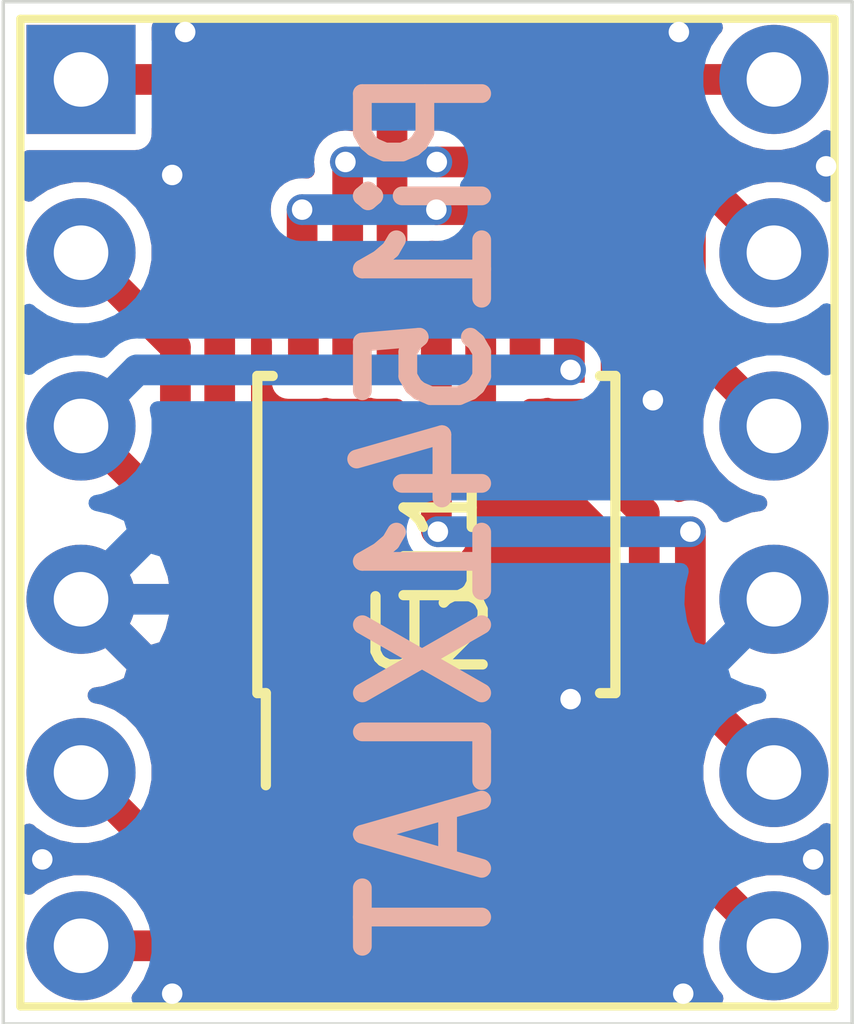
<source format=kicad_pcb>
(kicad_pcb (version 20171130) (host pcbnew "(5.1.5)-3")

  (general
    (thickness 1.6)
    (drawings 4)
    (tracks 77)
    (zones 0)
    (modules 2)
    (nets 14)
  )

  (page A4)
  (layers
    (0 F.Cu signal)
    (31 B.Cu signal)
    (32 B.Adhes user)
    (33 F.Adhes user)
    (34 B.Paste user)
    (35 F.Paste user)
    (36 B.SilkS user)
    (37 F.SilkS user)
    (38 B.Mask user)
    (39 F.Mask user)
    (40 Dwgs.User user)
    (41 Cmts.User user)
    (42 Eco1.User user)
    (43 Eco2.User user)
    (44 Edge.Cuts user)
    (45 Margin user)
    (46 B.CrtYd user)
    (47 F.CrtYd user)
    (48 B.Fab user)
    (49 F.Fab user)
  )

  (setup
    (last_trace_width 0.45)
    (user_trace_width 0.45)
    (trace_clearance 0.2)
    (zone_clearance 0.234)
    (zone_45_only no)
    (trace_min 0.2)
    (via_size 0.8)
    (via_drill 0.4)
    (via_min_size 0.35)
    (via_min_drill 0.3)
    (user_via 0.35 0.3)
    (uvia_size 0.3)
    (uvia_drill 0.1)
    (uvias_allowed no)
    (uvia_min_size 0.2)
    (uvia_min_drill 0.1)
    (edge_width 0.05)
    (segment_width 0.2)
    (pcb_text_width 0.3)
    (pcb_text_size 1.5 1.5)
    (mod_edge_width 0.12)
    (mod_text_size 1 1)
    (mod_text_width 0.15)
    (pad_size 1.524 1.524)
    (pad_drill 0.762)
    (pad_to_mask_clearance 0.051)
    (solder_mask_min_width 0.25)
    (aux_axis_origin 0 0)
    (visible_elements FFFFFF7F)
    (pcbplotparams
      (layerselection 0x010f0_ffffffff)
      (usegerberextensions false)
      (usegerberattributes false)
      (usegerberadvancedattributes false)
      (creategerberjobfile false)
      (excludeedgelayer true)
      (linewidth 0.100000)
      (plotframeref false)
      (viasonmask false)
      (mode 1)
      (useauxorigin false)
      (hpglpennumber 1)
      (hpglpenspeed 20)
      (hpglpendiameter 15.000000)
      (psnegative false)
      (psa4output false)
      (plotreference true)
      (plotvalue true)
      (plotinvisibletext false)
      (padsonsilk false)
      (subtractmaskfromsilk false)
      (outputformat 1)
      (mirror false)
      (drillshape 0)
      (scaleselection 1)
      (outputdirectory "gerber/"))
  )

  (net 0 "")
  (net 1 "Net-(U1-Pad1)")
  (net 2 "Net-(U1-Pad2)")
  (net 3 "Net-(U1-Pad3)")
  (net 4 "Net-(U1-Pad4)")
  (net 5 "Net-(U1-Pad5)")
  (net 6 "Net-(U1-Pad6)")
  (net 7 GND)
  (net 8 "Net-(U1-Pad9)")
  (net 9 "Net-(U1-Pad10)")
  (net 10 "Net-(U1-Pad11)")
  (net 11 "Net-(U1-Pad12)")
  (net 12 "Net-(U1-Pad13)")
  (net 13 "Net-(U1-Pad14)")

  (net_class Default "This is the default net class."
    (clearance 0.2)
    (trace_width 0.25)
    (via_dia 0.8)
    (via_drill 0.4)
    (uvia_dia 0.3)
    (uvia_drill 0.1)
    (add_net GND)
    (add_net "Net-(U1-Pad1)")
    (add_net "Net-(U1-Pad10)")
    (add_net "Net-(U1-Pad11)")
    (add_net "Net-(U1-Pad12)")
    (add_net "Net-(U1-Pad13)")
    (add_net "Net-(U1-Pad14)")
    (add_net "Net-(U1-Pad2)")
    (add_net "Net-(U1-Pad3)")
    (add_net "Net-(U1-Pad4)")
    (add_net "Net-(U1-Pad5)")
    (add_net "Net-(U1-Pad6)")
    (add_net "Net-(U1-Pad9)")
  )

  (module Package_SO:TSSOP-14_4.4x5mm_P0.65mm (layer F.Cu) (tedit 5A02F25C) (tstamp 5EB2E93A)
    (at 149.479 49.657 90)
    (descr "14-Lead Plastic Thin Shrink Small Outline (ST)-4.4 mm Body [TSSOP] (see Microchip Packaging Specification 00000049BS.pdf)")
    (tags "SSOP 0.65")
    (path /5EEA2D23)
    (attr smd)
    (fp_text reference U1 (at -0.127 0.0635 90) (layer F.SilkS)
      (effects (font (size 1 1) (thickness 0.15)))
    )
    (fp_text value TXS0104EPW (at 0 3.55 90) (layer F.Fab)
      (effects (font (size 1 1) (thickness 0.15)))
    )
    (fp_line (start -1.2 -2.5) (end 2.2 -2.5) (layer F.Fab) (width 0.15))
    (fp_line (start 2.2 -2.5) (end 2.2 2.5) (layer F.Fab) (width 0.15))
    (fp_line (start 2.2 2.5) (end -2.2 2.5) (layer F.Fab) (width 0.15))
    (fp_line (start -2.2 2.5) (end -2.2 -1.5) (layer F.Fab) (width 0.15))
    (fp_line (start -2.2 -1.5) (end -1.2 -2.5) (layer F.Fab) (width 0.15))
    (fp_line (start -3.95 -2.8) (end -3.95 2.8) (layer F.CrtYd) (width 0.05))
    (fp_line (start 3.95 -2.8) (end 3.95 2.8) (layer F.CrtYd) (width 0.05))
    (fp_line (start -3.95 -2.8) (end 3.95 -2.8) (layer F.CrtYd) (width 0.05))
    (fp_line (start -3.95 2.8) (end 3.95 2.8) (layer F.CrtYd) (width 0.05))
    (fp_line (start -2.325 -2.625) (end -2.325 -2.5) (layer F.SilkS) (width 0.15))
    (fp_line (start 2.325 -2.625) (end 2.325 -2.4) (layer F.SilkS) (width 0.15))
    (fp_line (start 2.325 2.625) (end 2.325 2.4) (layer F.SilkS) (width 0.15))
    (fp_line (start -2.325 2.625) (end -2.325 2.4) (layer F.SilkS) (width 0.15))
    (fp_line (start -2.325 -2.625) (end 2.325 -2.625) (layer F.SilkS) (width 0.15))
    (fp_line (start -2.325 2.625) (end 2.325 2.625) (layer F.SilkS) (width 0.15))
    (fp_line (start -2.325 -2.5) (end -3.675 -2.5) (layer F.SilkS) (width 0.15))
    (fp_text user %R (at 0 0 90) (layer F.Fab)
      (effects (font (size 0.8 0.8) (thickness 0.15)))
    )
    (pad 1 smd rect (at -2.95 -1.95 90) (size 1.45 0.45) (layers F.Cu F.Paste F.Mask)
      (net 1 "Net-(U1-Pad1)"))
    (pad 2 smd rect (at -2.95 -1.3 90) (size 1.45 0.45) (layers F.Cu F.Paste F.Mask)
      (net 2 "Net-(U1-Pad2)"))
    (pad 3 smd rect (at -2.95 -0.65 90) (size 1.45 0.45) (layers F.Cu F.Paste F.Mask)
      (net 3 "Net-(U1-Pad3)"))
    (pad 4 smd rect (at -2.95 0 90) (size 1.45 0.45) (layers F.Cu F.Paste F.Mask)
      (net 4 "Net-(U1-Pad4)"))
    (pad 5 smd rect (at -2.95 0.65 90) (size 1.45 0.45) (layers F.Cu F.Paste F.Mask)
      (net 5 "Net-(U1-Pad5)"))
    (pad 6 smd rect (at -2.95 1.3 90) (size 1.45 0.45) (layers F.Cu F.Paste F.Mask)
      (net 6 "Net-(U1-Pad6)"))
    (pad 7 smd rect (at -2.95 1.95 90) (size 1.45 0.45) (layers F.Cu F.Paste F.Mask)
      (net 7 GND))
    (pad 8 smd rect (at 2.95 1.95 90) (size 1.45 0.45) (layers F.Cu F.Paste F.Mask)
      (net 1 "Net-(U1-Pad1)"))
    (pad 9 smd rect (at 2.95 1.3 90) (size 1.45 0.45) (layers F.Cu F.Paste F.Mask)
      (net 8 "Net-(U1-Pad9)"))
    (pad 10 smd rect (at 2.95 0.65 90) (size 1.45 0.45) (layers F.Cu F.Paste F.Mask)
      (net 9 "Net-(U1-Pad10)"))
    (pad 11 smd rect (at 2.95 0 90) (size 1.45 0.45) (layers F.Cu F.Paste F.Mask)
      (net 10 "Net-(U1-Pad11)"))
    (pad 12 smd rect (at 2.95 -0.65 90) (size 1.45 0.45) (layers F.Cu F.Paste F.Mask)
      (net 11 "Net-(U1-Pad12)"))
    (pad 13 smd rect (at 2.95 -1.3 90) (size 1.45 0.45) (layers F.Cu F.Paste F.Mask)
      (net 12 "Net-(U1-Pad13)"))
    (pad 14 smd rect (at 2.95 -1.95 90) (size 1.45 0.45) (layers F.Cu F.Paste F.Mask)
      (net 13 "Net-(U1-Pad14)"))
    (model ${KISYS3DMOD}/Package_SO.3dshapes/TSSOP-14_4.4x5mm_P0.65mm.wrl
      (at (xyz 0 0 0))
      (scale (xyz 1 1 1))
      (rotate (xyz 0 0 0))
    )
  )

  (module CPU2:Pi1541LSModule (layer F.Cu) (tedit 5EB27602) (tstamp 5EB2E94F)
    (at 149.348501 50.606001)
    (path /5EEA5C3C)
    (fp_text reference U2 (at 0 0.5) (layer F.SilkS)
      (effects (font (size 1 1) (thickness 0.15)))
    )
    (fp_text value Pi1541LSModule (at 0 -0.5) (layer F.Fab)
      (effects (font (size 1 1) (thickness 0.15)))
    )
    (fp_line (start -5.969 -8.509) (end 5.969 -8.509) (layer F.SilkS) (width 0.12))
    (fp_line (start 5.969 -8.509) (end 5.969 5.969) (layer F.SilkS) (width 0.12))
    (fp_line (start 5.969 5.969) (end -5.969 5.969) (layer F.SilkS) (width 0.12))
    (fp_line (start -5.969 5.969) (end -5.969 -8.509) (layer F.SilkS) (width 0.12))
    (fp_text user Pi1541XLAT (at 0 -1.27 90) (layer B.SilkS)
      (effects (font (size 1.75 1.5) (thickness 0.275)) (justify mirror))
    )
    (pad 1 thru_hole rect (at -5.08 -7.62) (size 1.6 1.6) (drill 0.8) (layers *.Cu *.Mask)
      (net 3 "Net-(U1-Pad3)"))
    (pad 2 thru_hole circle (at -5.08 -5.08) (size 1.6 1.6) (drill 0.8) (layers *.Cu *.Mask)
      (net 2 "Net-(U1-Pad2)"))
    (pad 3 thru_hole circle (at -5.08 -2.54) (size 1.6 1.6) (drill 0.8) (layers *.Cu *.Mask)
      (net 1 "Net-(U1-Pad1)"))
    (pad 4 thru_hole circle (at -5.08 0) (size 1.6 1.6) (drill 0.8) (layers *.Cu *.Mask)
      (net 7 GND))
    (pad 5 thru_hole circle (at -5.08 2.54) (size 1.6 1.6) (drill 0.8) (layers *.Cu *.Mask)
      (net 4 "Net-(U1-Pad4)"))
    (pad 6 thru_hole circle (at -5.08 5.08) (size 1.6 1.6) (drill 0.8) (layers *.Cu *.Mask)
      (net 5 "Net-(U1-Pad5)"))
    (pad 7 thru_hole circle (at 5.08 5.08) (size 1.6 1.6) (drill 0.8) (layers *.Cu *.Mask)
      (net 9 "Net-(U1-Pad10)"))
    (pad 8 thru_hole circle (at 5.08 2.54) (size 1.6 1.6) (drill 0.8) (layers *.Cu *.Mask)
      (net 10 "Net-(U1-Pad11)"))
    (pad 9 thru_hole circle (at 5.08 0) (size 1.6 1.6) (drill 0.8) (layers *.Cu *.Mask)
      (net 7 GND))
    (pad 10 thru_hole circle (at 5.08 -2.54) (size 1.6 1.6) (drill 0.8) (layers *.Cu *.Mask)
      (net 13 "Net-(U1-Pad14)"))
    (pad 11 thru_hole circle (at 5.08 -5.08) (size 1.6 1.6) (drill 0.8) (layers *.Cu *.Mask)
      (net 12 "Net-(U1-Pad13)"))
    (pad 12 thru_hole circle (at 5.08 -7.62) (size 1.6 1.6) (drill 0.8) (layers *.Cu *.Mask)
      (net 11 "Net-(U1-Pad12)"))
  )

  (gr_line (start 143.129 56.8325) (end 143.129 41.8465) (layer Edge.Cuts) (width 0.05) (tstamp 5EB2EB18))
  (gr_line (start 155.575 56.8325) (end 143.129 56.8325) (layer Edge.Cuts) (width 0.05))
  (gr_line (start 155.575 41.8465) (end 155.575 56.8325) (layer Edge.Cuts) (width 0.05))
  (gr_line (start 143.129 41.8465) (end 155.575 41.8465) (layer Edge.Cuts) (width 0.05))

  (via (at 151.4475 47.244) (size 0.35) (drill 0.3) (layers F.Cu B.Cu) (net 1))
  (segment (start 147.529 51.3265) (end 147.529 52.607) (width 0.45) (layer F.Cu) (net 1))
  (segment (start 144.268501 48.066001) (end 147.529 51.3265) (width 0.45) (layer F.Cu) (net 1))
  (segment (start 145.090502 47.244) (end 144.268501 48.066001) (width 0.45) (layer B.Cu) (net 1))
  (segment (start 151.4475 47.244) (end 145.090502 47.244) (width 0.45) (layer B.Cu) (net 1))
  (segment (start 144.268501 45.526001) (end 145.652376 46.909876) (width 0.45) (layer F.Cu) (net 2))
  (segment (start 145.652376 46.909876) (end 145.652376 48.530624) (width 0.45) (layer F.Cu) (net 2))
  (segment (start 148.179 51.057248) (end 148.179 52.607) (width 0.45) (layer F.Cu) (net 2))
  (segment (start 145.652376 48.530624) (end 148.179 51.057248) (width 0.45) (layer F.Cu) (net 2))
  (segment (start 145.518501 42.986001) (end 146.302386 43.769886) (width 0.45) (layer F.Cu) (net 3))
  (segment (start 144.268501 42.986001) (end 145.518501 42.986001) (width 0.45) (layer F.Cu) (net 3))
  (segment (start 146.302386 43.769886) (end 146.302386 48.261382) (width 0.45) (layer F.Cu) (net 3))
  (segment (start 148.829 50.787996) (end 148.829 52.607) (width 0.45) (layer F.Cu) (net 3))
  (segment (start 146.302386 48.261382) (end 148.829 50.787996) (width 0.45) (layer F.Cu) (net 3))
  (via (at 151.4475 52.07) (size 0.35) (drill 0.3) (layers F.Cu B.Cu) (net 7))
  (segment (start 144.268501 53.146001) (end 146.158491 55.035991) (width 0.45) (layer F.Cu) (net 4))
  (segment (start 146.158491 55.035991) (end 149.053009 55.035991) (width 0.45) (layer F.Cu) (net 4))
  (segment (start 149.479 54.61) (end 149.479 52.607) (width 0.45) (layer F.Cu) (net 4))
  (segment (start 149.053009 55.035991) (end 149.479 54.61) (width 0.45) (layer F.Cu) (net 4))
  (segment (start 144.268501 55.686001) (end 149.602501 55.686001) (width 0.45) (layer F.Cu) (net 5))
  (segment (start 150.129 55.159502) (end 150.129 52.607) (width 0.45) (layer F.Cu) (net 5))
  (segment (start 149.602501 55.686001) (end 150.129 55.159502) (width 0.45) (layer F.Cu) (net 5))
  (segment (start 149.983501 50.606001) (end 151.4475 52.07) (width 0.45) (layer B.Cu) (net 7))
  (segment (start 144.268501 50.606001) (end 149.983501 50.606001) (width 0.45) (layer B.Cu) (net 7))
  (segment (start 152.964502 52.07) (end 154.428501 50.606001) (width 0.45) (layer B.Cu) (net 7))
  (segment (start 151.4475 52.07) (end 152.964502 52.07) (width 0.45) (layer B.Cu) (net 7))
  (via (at 145.796 42.291) (size 0.35) (drill 0.3) (layers F.Cu B.Cu) (net 7))
  (via (at 153.035 42.291) (size 0.35) (drill 0.3) (layers F.Cu B.Cu) (net 7))
  (via (at 153.0985 56.388) (size 0.35) (drill 0.3) (layers F.Cu B.Cu) (net 7))
  (via (at 145.6055 56.388) (size 0.35) (drill 0.3) (layers F.Cu B.Cu) (net 7))
  (via (at 145.6055 44.3865) (size 0.35) (drill 0.3) (layers F.Cu B.Cu) (net 7))
  (via (at 152.654 47.6885) (size 0.35) (drill 0.3) (layers F.Cu B.Cu) (net 7))
  (via (at 155.0035 54.4195) (size 0.35) (drill 0.3) (layers F.Cu B.Cu) (net 7))
  (via (at 143.7005 54.4195) (size 0.35) (drill 0.3) (layers F.Cu B.Cu) (net 7))
  (via (at 155.194 44.2595) (size 0.35) (drill 0.3) (layers F.Cu B.Cu) (net 7))
  (segment (start 150.129 47.882) (end 150.129 46.707) (width 0.45) (layer F.Cu) (net 9))
  (segment (start 154.428501 55.686001) (end 152.527 53.7845) (width 0.45) (layer F.Cu) (net 9))
  (segment (start 152.527 49.3395) (end 151.5745 48.387) (width 0.45) (layer F.Cu) (net 9))
  (segment (start 152.527 53.7845) (end 152.527 49.3395) (width 0.45) (layer F.Cu) (net 9))
  (segment (start 151.5745 48.387) (end 150.634 48.387) (width 0.45) (layer F.Cu) (net 9))
  (segment (start 150.634 48.387) (end 150.129 47.882) (width 0.45) (layer F.Cu) (net 9))
  (segment (start 153.2035 51.921) (end 153.2035 49.6155) (width 0.45) (layer F.Cu) (net 10))
  (segment (start 154.428501 53.146001) (end 153.2035 51.921) (width 0.45) (layer F.Cu) (net 10))
  (segment (start 153.2035 49.6155) (end 153.2035 49.6155) (width 0.45) (layer F.Cu) (net 10) (tstamp 5EB2EB12))
  (via (at 153.2035 49.6155) (size 0.35) (drill 0.3) (layers F.Cu B.Cu) (net 10))
  (segment (start 153.2035 49.6155) (end 149.501 49.6155) (width 0.45) (layer B.Cu) (net 10))
  (segment (start 149.501 49.6155) (end 149.501 49.6155) (width 0.45) (layer B.Cu) (net 10) (tstamp 5EB2EB14))
  (via (at 149.501 49.6155) (size 0.35) (drill 0.3) (layers F.Cu B.Cu) (net 10))
  (segment (start 149.479 49.5935) (end 149.479 46.707) (width 0.45) (layer F.Cu) (net 10))
  (segment (start 149.501 49.6155) (end 149.479 49.5935) (width 0.45) (layer F.Cu) (net 10))
  (segment (start 148.829 43.3855) (end 148.829 46.707) (width 0.45) (layer F.Cu) (net 11))
  (segment (start 149.225 42.9895) (end 148.829 43.3855) (width 0.45) (layer F.Cu) (net 11))
  (segment (start 153.293632 42.9895) (end 149.225 42.9895) (width 0.45) (layer F.Cu) (net 11))
  (segment (start 154.428501 42.986001) (end 153.297131 42.986001) (width 0.45) (layer F.Cu) (net 11))
  (segment (start 153.297131 42.986001) (end 153.293632 42.9895) (width 0.45) (layer F.Cu) (net 11))
  (segment (start 149.485513 44.196) (end 149.485513 44.196) (width 0.45) (layer B.Cu) (net 12))
  (segment (start 149.485513 44.196) (end 148.1455 44.196) (width 0.45) (layer B.Cu) (net 12) (tstamp 5EB2EB07))
  (via (at 149.485513 44.196) (size 0.35) (drill 0.3) (layers F.Cu B.Cu) (net 12))
  (segment (start 148.1455 44.196) (end 148.1455 44.196) (width 0.45) (layer B.Cu) (net 12) (tstamp 5EB2EB0C))
  (via (at 148.1455 44.196) (size 0.35) (drill 0.3) (layers F.Cu B.Cu) (net 12))
  (segment (start 148.179 44.2295) (end 148.179 46.707) (width 0.45) (layer F.Cu) (net 12))
  (segment (start 148.1455 44.196) (end 148.179 44.2295) (width 0.45) (layer F.Cu) (net 12))
  (segment (start 153.0985 44.196) (end 149.485513 44.196) (width 0.45) (layer F.Cu) (net 12))
  (segment (start 154.428501 45.526001) (end 153.0985 44.196) (width 0.45) (layer F.Cu) (net 12))
  (segment (start 153.628502 47.266002) (end 153.628502 46.821502) (width 0.45) (layer F.Cu) (net 13))
  (segment (start 154.428501 48.066001) (end 153.628502 47.266002) (width 0.45) (layer F.Cu) (net 13))
  (segment (start 153.628502 46.821502) (end 153.2035 46.3965) (width 0.45) (layer F.Cu) (net 13))
  (segment (start 153.2035 45.2535) (end 152.8445 44.8945) (width 0.45) (layer F.Cu) (net 13))
  (segment (start 153.2035 46.3965) (end 153.2035 45.2535) (width 0.45) (layer F.Cu) (net 13))
  (segment (start 152.8445 44.8945) (end 149.479 44.8945) (width 0.45) (layer F.Cu) (net 13))
  (segment (start 149.479 44.8945) (end 149.479 44.8945) (width 0.45) (layer F.Cu) (net 13) (tstamp 5EB2EB0E))
  (via (at 149.479 44.8945) (size 0.35) (drill 0.3) (layers F.Cu B.Cu) (net 13))
  (segment (start 149.479 44.8945) (end 147.5105 44.8945) (width 0.45) (layer B.Cu) (net 13))
  (segment (start 147.5105 44.8945) (end 147.5105 44.8945) (width 0.45) (layer B.Cu) (net 13) (tstamp 5EB2EB10))
  (via (at 147.5105 44.8945) (size 0.35) (drill 0.3) (layers F.Cu B.Cu) (net 13))
  (segment (start 147.5105 46.6885) (end 147.529 46.707) (width 0.45) (layer F.Cu) (net 13))
  (segment (start 147.5105 44.8945) (end 147.5105 46.6885) (width 0.45) (layer F.Cu) (net 13))

  (zone (net 7) (net_name GND) (layer F.Cu) (tstamp 5EB2EBE9) (hatch edge 0.508)
    (connect_pads (clearance 0.234))
    (min_thickness 0.234)
    (fill yes (arc_segments 32) (thermal_gap 0.508) (thermal_bridge_width 0.508))
    (polygon
      (pts
        (xy 155.575 56.8325) (xy 143.129 56.8325) (xy 143.129 41.8465) (xy 155.575 41.8465)
      )
    )
    (filled_polygon
      (pts
        (xy 153.534461 42.252281) (xy 153.429076 42.410001) (xy 153.325417 42.410001) (xy 153.29713 42.407215) (xy 153.268843 42.410001)
        (xy 153.268833 42.410001) (xy 153.233306 42.4135) (xy 149.253298 42.4135) (xy 149.225 42.410713) (xy 149.196702 42.4135)
        (xy 149.112084 42.421834) (xy 149.003508 42.454771) (xy 148.903443 42.508256) (xy 148.841979 42.558699) (xy 148.815736 42.580236)
        (xy 148.797698 42.602215) (xy 148.441719 42.958195) (xy 148.419736 42.976236) (xy 148.347756 43.063944) (xy 148.294271 43.164009)
        (xy 148.261334 43.272585) (xy 148.253 43.357203) (xy 148.253 43.35721) (xy 148.250214 43.3855) (xy 148.253 43.41379)
        (xy 148.253 43.627801) (xy 148.1455 43.617214) (xy 148.032585 43.628334) (xy 147.924008 43.661272) (xy 147.823944 43.714756)
        (xy 147.736236 43.786736) (xy 147.664256 43.874444) (xy 147.610772 43.974508) (xy 147.577834 44.083085) (xy 147.566714 44.196)
        (xy 147.577834 44.308915) (xy 147.582034 44.322758) (xy 147.5105 44.315713) (xy 147.397584 44.326834) (xy 147.289008 44.359771)
        (xy 147.188943 44.413256) (xy 147.101236 44.485236) (xy 147.029256 44.572944) (xy 146.975771 44.673009) (xy 146.942834 44.781585)
        (xy 146.9345 44.866203) (xy 146.934501 46.6602) (xy 146.931714 46.6885) (xy 146.942834 46.801415) (xy 146.951302 46.829329)
        (xy 146.951302 47.432) (xy 146.958079 47.500808) (xy 146.97815 47.566972) (xy 147.010742 47.627949) (xy 147.054605 47.681395)
        (xy 147.108051 47.725258) (xy 147.169028 47.75785) (xy 147.235192 47.777921) (xy 147.304 47.784698) (xy 147.754 47.784698)
        (xy 147.822808 47.777921) (xy 147.854 47.768459) (xy 147.885192 47.777921) (xy 147.954 47.784698) (xy 148.404 47.784698)
        (xy 148.472808 47.777921) (xy 148.504 47.768459) (xy 148.535192 47.777921) (xy 148.604 47.784698) (xy 148.903001 47.784698)
        (xy 148.903 49.56521) (xy 148.900214 49.5935) (xy 148.903 49.62179) (xy 148.903 49.621797) (xy 148.911334 49.706415)
        (xy 148.944271 49.814991) (xy 148.997756 49.915056) (xy 149.069736 50.002764) (xy 149.09172 50.020806) (xy 149.113717 50.042803)
        (xy 149.179444 50.096744) (xy 149.279509 50.150229) (xy 149.388085 50.183166) (xy 149.501 50.194286) (xy 149.613915 50.183166)
        (xy 149.722492 50.150229) (xy 149.822557 50.096744) (xy 149.910264 50.024764) (xy 149.982244 49.937057) (xy 150.035729 49.836992)
        (xy 150.068666 49.728415) (xy 150.079786 49.6155) (xy 150.068666 49.502585) (xy 150.055 49.457535) (xy 150.055 48.622587)
        (xy 150.206696 48.774283) (xy 150.224736 48.796264) (xy 150.312443 48.868244) (xy 150.412508 48.921729) (xy 150.521084 48.954666)
        (xy 150.605702 48.963) (xy 150.60571 48.963) (xy 150.634 48.965786) (xy 150.66229 48.963) (xy 151.335914 48.963)
        (xy 151.951001 49.578088) (xy 151.951001 51.332001) (xy 151.905265 51.306431) (xy 151.788149 51.268471) (xy 151.69325 51.257)
        (xy 151.537 51.41325) (xy 151.537 52.47) (xy 151.586 52.47) (xy 151.586 52.744) (xy 151.537 52.744)
        (xy 151.537 53.80075) (xy 151.69325 53.957) (xy 151.788149 53.945529) (xy 151.905265 53.907569) (xy 151.95746 53.878388)
        (xy 151.959334 53.897415) (xy 151.992271 54.005991) (xy 152.045756 54.106056) (xy 152.117736 54.193764) (xy 152.13972 54.211806)
        (xy 153.314507 55.386594) (xy 153.277501 55.572637) (xy 153.277501 55.799365) (xy 153.321733 56.021735) (xy 153.408498 56.231204)
        (xy 153.534461 56.419721) (xy 153.57124 56.4565) (xy 145.125762 56.4565) (xy 145.162541 56.419721) (xy 145.267926 56.262001)
        (xy 149.574211 56.262001) (xy 149.602501 56.264787) (xy 149.630791 56.262001) (xy 149.630799 56.262001) (xy 149.715417 56.253667)
        (xy 149.823993 56.22073) (xy 149.924058 56.167245) (xy 150.011765 56.095265) (xy 150.029807 56.073281) (xy 150.516286 55.586803)
        (xy 150.538264 55.568766) (xy 150.610244 55.481059) (xy 150.663729 55.380994) (xy 150.696666 55.272418) (xy 150.705 55.1878)
        (xy 150.705 55.187793) (xy 150.707786 55.159503) (xy 150.705 55.131213) (xy 150.705 53.708576) (xy 150.751601 53.767602)
        (xy 150.845275 53.847491) (xy 150.952735 53.907569) (xy 151.069851 53.945529) (xy 151.16475 53.957) (xy 151.321 53.80075)
        (xy 151.321 53.48353) (xy 151.32985 53.466972) (xy 151.349921 53.400808) (xy 151.356698 53.332) (xy 151.356698 51.882)
        (xy 151.349921 51.813192) (xy 151.32985 51.747028) (xy 151.321 51.73047) (xy 151.321 51.41325) (xy 151.16475 51.257)
        (xy 151.069851 51.268471) (xy 150.952735 51.306431) (xy 150.845275 51.366509) (xy 150.751601 51.446398) (xy 150.686148 51.529302)
        (xy 150.554 51.529302) (xy 150.485192 51.536079) (xy 150.454 51.545541) (xy 150.422808 51.536079) (xy 150.354 51.529302)
        (xy 149.904 51.529302) (xy 149.835192 51.536079) (xy 149.804 51.545541) (xy 149.772808 51.536079) (xy 149.704 51.529302)
        (xy 149.405 51.529302) (xy 149.405 50.816286) (xy 149.407786 50.787996) (xy 149.405 50.759706) (xy 149.405 50.759698)
        (xy 149.396666 50.67508) (xy 149.363729 50.566504) (xy 149.310244 50.466439) (xy 149.265775 50.412254) (xy 149.256303 50.400712)
        (xy 149.256301 50.40071) (xy 149.238264 50.378732) (xy 149.216287 50.360696) (xy 146.878386 48.022796) (xy 146.878386 43.798176)
        (xy 146.881172 43.769886) (xy 146.878386 43.741596) (xy 146.878386 43.741588) (xy 146.870052 43.65697) (xy 146.837115 43.548394)
        (xy 146.78363 43.448329) (xy 146.71165 43.360622) (xy 146.689673 43.342586) (xy 145.945807 42.598721) (xy 145.927765 42.576737)
        (xy 145.840058 42.504757) (xy 145.739993 42.451272) (xy 145.631417 42.418335) (xy 145.546799 42.410001) (xy 145.546791 42.410001)
        (xy 145.518501 42.407215) (xy 145.490211 42.410001) (xy 145.421199 42.410001) (xy 145.421199 42.2225) (xy 153.564242 42.2225)
      )
    )
    (filled_polygon
      (pts
        (xy 143.534781 54.040041) (xy 143.723298 54.166004) (xy 143.932767 54.252769) (xy 144.155137 54.297001) (xy 144.381865 54.297001)
        (xy 144.567908 54.259995) (xy 145.417914 55.110001) (xy 145.267926 55.110001) (xy 145.162541 54.952281) (xy 145.002221 54.791961)
        (xy 144.813704 54.665998) (xy 144.604235 54.579233) (xy 144.381865 54.535001) (xy 144.155137 54.535001) (xy 143.932767 54.579233)
        (xy 143.723298 54.665998) (xy 143.534781 54.791961) (xy 143.505 54.821742) (xy 143.505 54.01026)
      )
    )
    (filled_polygon
      (pts
        (xy 153.314507 52.846594) (xy 153.277501 53.032637) (xy 153.277501 53.259365) (xy 153.321733 53.481735) (xy 153.408498 53.691204)
        (xy 153.534461 53.879721) (xy 153.694781 54.040041) (xy 153.883298 54.166004) (xy 154.092767 54.252769) (xy 154.315137 54.297001)
        (xy 154.541865 54.297001) (xy 154.764235 54.252769) (xy 154.973704 54.166004) (xy 155.162221 54.040041) (xy 155.199001 54.003261)
        (xy 155.199001 54.828741) (xy 155.162221 54.791961) (xy 154.973704 54.665998) (xy 154.764235 54.579233) (xy 154.541865 54.535001)
        (xy 154.315137 54.535001) (xy 154.129094 54.572007) (xy 153.103 53.545914) (xy 153.103 52.635086)
      )
    )
    (filled_polygon
      (pts
        (xy 146.953 51.565087) (xy 146.953 51.864756) (xy 146.951302 51.882) (xy 146.951302 53.332) (xy 146.958079 53.400808)
        (xy 146.97815 53.466972) (xy 147.010742 53.527949) (xy 147.054605 53.581395) (xy 147.108051 53.625258) (xy 147.169028 53.65785)
        (xy 147.235192 53.677921) (xy 147.304 53.684698) (xy 147.754 53.684698) (xy 147.822808 53.677921) (xy 147.854 53.668459)
        (xy 147.885192 53.677921) (xy 147.954 53.684698) (xy 148.404 53.684698) (xy 148.472808 53.677921) (xy 148.504 53.668459)
        (xy 148.535192 53.677921) (xy 148.604 53.684698) (xy 148.903 53.684698) (xy 148.903 54.371413) (xy 148.814423 54.459991)
        (xy 146.397078 54.459991) (xy 145.382495 53.445408) (xy 145.419501 53.259365) (xy 145.419501 53.032637) (xy 145.375269 52.810267)
        (xy 145.288504 52.600798) (xy 145.162541 52.412281) (xy 145.002221 52.251961) (xy 144.813704 52.125998) (xy 144.604235 52.039233)
        (xy 144.48203 52.014925) (xy 144.626784 51.992347) (xy 144.890363 51.895811) (xy 144.995451 51.83964) (xy 145.068428 51.599675)
        (xy 144.268501 50.799748) (xy 144.254359 50.813891) (xy 144.060612 50.620144) (xy 144.074754 50.606001) (xy 144.060612 50.591859)
        (xy 144.254359 50.398112) (xy 144.268501 50.412254) (xy 144.282644 50.398112) (xy 144.476391 50.591859) (xy 144.462248 50.606001)
        (xy 145.262175 51.405928) (xy 145.50214 51.332951) (xy 145.620257 51.078312) (xy 145.686427 50.805522) (xy 145.698106 50.525065)
        (xy 145.658398 50.270485)
      )
    )
    (filled_polygon
      (pts
        (xy 154.636391 50.591859) (xy 154.622248 50.606001) (xy 154.636391 50.620144) (xy 154.442644 50.813891) (xy 154.428501 50.799748)
        (xy 154.414359 50.813891) (xy 154.220612 50.620144) (xy 154.234754 50.606001) (xy 154.220612 50.591859) (xy 154.414359 50.398112)
        (xy 154.428501 50.412254) (xy 154.442644 50.398112)
      )
    )
    (filled_polygon
      (pts
        (xy 149.450702 45.4705) (xy 152.605914 45.4705) (xy 152.627501 45.492087) (xy 152.6275 46.36821) (xy 152.624714 46.3965)
        (xy 152.6275 46.42479) (xy 152.6275 46.424797) (xy 152.635834 46.509415) (xy 152.668771 46.617991) (xy 152.722256 46.718056)
        (xy 152.794236 46.805764) (xy 152.816219 46.823806) (xy 153.052502 47.060089) (xy 153.052502 47.237712) (xy 153.049716 47.266002)
        (xy 153.052502 47.294292) (xy 153.052502 47.294299) (xy 153.060836 47.378917) (xy 153.093773 47.487493) (xy 153.147258 47.587558)
        (xy 153.219238 47.675266) (xy 153.241222 47.693308) (xy 153.314507 47.766593) (xy 153.277501 47.952637) (xy 153.277501 48.179365)
        (xy 153.321733 48.401735) (xy 153.408498 48.611204) (xy 153.534461 48.799721) (xy 153.694781 48.960041) (xy 153.883298 49.086004)
        (xy 154.092767 49.172769) (xy 154.214972 49.197077) (xy 154.070218 49.219655) (xy 153.806639 49.316191) (xy 153.72108 49.361924)
        (xy 153.684744 49.293943) (xy 153.612764 49.206236) (xy 153.525057 49.134256) (xy 153.424992 49.080771) (xy 153.316416 49.047834)
        (xy 153.231798 49.0395) (xy 153.2035 49.036713) (xy 153.175203 49.0395) (xy 153.175202 49.0395) (xy 153.090584 49.047834)
        (xy 153.03348 49.065157) (xy 153.008244 49.017943) (xy 152.936264 48.930236) (xy 152.914285 48.912198) (xy 152.001806 47.99972)
        (xy 151.983764 47.977736) (xy 151.896057 47.905756) (xy 151.795992 47.852271) (xy 151.687416 47.819334) (xy 151.602798 47.811)
        (xy 151.60279 47.811) (xy 151.5745 47.808214) (xy 151.54621 47.811) (xy 150.872587 47.811) (xy 150.846285 47.784698)
        (xy 151.004 47.784698) (xy 151.072808 47.777921) (xy 151.104 47.768459) (xy 151.135192 47.777921) (xy 151.204 47.784698)
        (xy 151.654 47.784698) (xy 151.722808 47.777921) (xy 151.788972 47.75785) (xy 151.849949 47.725258) (xy 151.903395 47.681395)
        (xy 151.947258 47.627949) (xy 151.97985 47.566972) (xy 151.999921 47.500808) (xy 152.006698 47.432) (xy 152.006698 45.982)
        (xy 151.999921 45.913192) (xy 151.97985 45.847028) (xy 151.947258 45.786051) (xy 151.903395 45.732605) (xy 151.849949 45.688742)
        (xy 151.788972 45.65615) (xy 151.722808 45.636079) (xy 151.654 45.629302) (xy 151.204 45.629302) (xy 151.135192 45.636079)
        (xy 151.104 45.645541) (xy 151.072808 45.636079) (xy 151.004 45.629302) (xy 150.554 45.629302) (xy 150.485192 45.636079)
        (xy 150.454 45.645541) (xy 150.422808 45.636079) (xy 150.354 45.629302) (xy 149.904 45.629302) (xy 149.835192 45.636079)
        (xy 149.804 45.645541) (xy 149.772808 45.636079) (xy 149.704 45.629302) (xy 149.405 45.629302) (xy 149.405 45.465999)
      )
    )
    (filled_polygon
      (pts
        (xy 145.726386 44.008473) (xy 145.726387 46.1693) (xy 145.382495 45.825408) (xy 145.419501 45.639365) (xy 145.419501 45.412637)
        (xy 145.375269 45.190267) (xy 145.288504 44.980798) (xy 145.162541 44.792281) (xy 145.002221 44.631961) (xy 144.813704 44.505998)
        (xy 144.604235 44.419233) (xy 144.381865 44.375001) (xy 144.155137 44.375001) (xy 143.932767 44.419233) (xy 143.723298 44.505998)
        (xy 143.534781 44.631961) (xy 143.505 44.661742) (xy 143.505 44.138699) (xy 145.068501 44.138699) (xy 145.137309 44.131922)
        (xy 145.203473 44.111851) (xy 145.26445 44.079259) (xy 145.317896 44.035396) (xy 145.361759 43.98195) (xy 145.394351 43.920973)
        (xy 145.414422 43.854809) (xy 145.421199 43.786001) (xy 145.421199 43.703285)
      )
    )
    (filled_polygon
      (pts
        (xy 153.534461 43.719721) (xy 153.694781 43.880041) (xy 153.883298 44.006004) (xy 154.092767 44.092769) (xy 154.315137 44.137001)
        (xy 154.541865 44.137001) (xy 154.764235 44.092769) (xy 154.973704 44.006004) (xy 155.162221 43.880041) (xy 155.199 43.843262)
        (xy 155.199 44.66874) (xy 155.162221 44.631961) (xy 154.973704 44.505998) (xy 154.764235 44.419233) (xy 154.541865 44.375001)
        (xy 154.315137 44.375001) (xy 154.129094 44.412007) (xy 153.525806 43.80872) (xy 153.507764 43.786736) (xy 153.420057 43.714756)
        (xy 153.319992 43.661271) (xy 153.211416 43.628334) (xy 153.126798 43.62) (xy 153.12679 43.62) (xy 153.0985 43.617214)
        (xy 153.07021 43.62) (xy 149.457215 43.62) (xy 149.405 43.625143) (xy 149.405 43.624086) (xy 149.463587 43.5655)
        (xy 153.265342 43.5655) (xy 153.293632 43.568286) (xy 153.321922 43.5655) (xy 153.32193 43.5655) (xy 153.357457 43.562001)
        (xy 153.429076 43.562001)
      )
    )
  )
  (zone (net 7) (net_name GND) (layer B.Cu) (tstamp 5EB2EBE6) (hatch edge 0.508)
    (connect_pads (clearance 0.234))
    (min_thickness 0.234)
    (fill yes (arc_segments 32) (thermal_gap 0.508) (thermal_bridge_width 0.508))
    (polygon
      (pts
        (xy 155.575 56.8325) (xy 143.129 56.8325) (xy 143.129 41.8465) (xy 155.575 41.8465)
      )
    )
    (filled_polygon
      (pts
        (xy 153.534461 42.252281) (xy 153.408498 42.440798) (xy 153.321733 42.650267) (xy 153.277501 42.872637) (xy 153.277501 43.099365)
        (xy 153.321733 43.321735) (xy 153.408498 43.531204) (xy 153.534461 43.719721) (xy 153.694781 43.880041) (xy 153.883298 44.006004)
        (xy 154.092767 44.092769) (xy 154.315137 44.137001) (xy 154.541865 44.137001) (xy 154.764235 44.092769) (xy 154.973704 44.006004)
        (xy 155.162221 43.880041) (xy 155.199 43.843262) (xy 155.199 44.66874) (xy 155.162221 44.631961) (xy 154.973704 44.505998)
        (xy 154.764235 44.419233) (xy 154.541865 44.375001) (xy 154.315137 44.375001) (xy 154.092767 44.419233) (xy 153.883298 44.505998)
        (xy 153.694781 44.631961) (xy 153.534461 44.792281) (xy 153.408498 44.980798) (xy 153.321733 45.190267) (xy 153.277501 45.412637)
        (xy 153.277501 45.639365) (xy 153.321733 45.861735) (xy 153.408498 46.071204) (xy 153.534461 46.259721) (xy 153.694781 46.420041)
        (xy 153.883298 46.546004) (xy 154.092767 46.632769) (xy 154.315137 46.677001) (xy 154.541865 46.677001) (xy 154.764235 46.632769)
        (xy 154.973704 46.546004) (xy 155.162221 46.420041) (xy 155.199 46.383262) (xy 155.199 47.20874) (xy 155.162221 47.171961)
        (xy 154.973704 47.045998) (xy 154.764235 46.959233) (xy 154.541865 46.915001) (xy 154.315137 46.915001) (xy 154.092767 46.959233)
        (xy 153.883298 47.045998) (xy 153.694781 47.171961) (xy 153.534461 47.332281) (xy 153.408498 47.520798) (xy 153.321733 47.730267)
        (xy 153.277501 47.952637) (xy 153.277501 48.179365) (xy 153.321733 48.401735) (xy 153.408498 48.611204) (xy 153.534461 48.799721)
        (xy 153.694781 48.960041) (xy 153.883298 49.086004) (xy 154.092767 49.172769) (xy 154.214972 49.197077) (xy 154.070218 49.219655)
        (xy 153.806639 49.316191) (xy 153.72108 49.361924) (xy 153.684744 49.293943) (xy 153.612764 49.206236) (xy 153.525057 49.134256)
        (xy 153.424992 49.080771) (xy 153.316416 49.047834) (xy 153.231798 49.0395) (xy 149.472702 49.0395) (xy 149.388084 49.047834)
        (xy 149.279508 49.080771) (xy 149.179443 49.134256) (xy 149.091736 49.206236) (xy 149.019756 49.293943) (xy 148.966271 49.394008)
        (xy 148.933334 49.502584) (xy 148.922213 49.6155) (xy 148.933334 49.728416) (xy 148.966271 49.836992) (xy 149.019756 49.937057)
        (xy 149.091736 50.024764) (xy 149.179443 50.096744) (xy 149.279508 50.150229) (xy 149.388084 50.183166) (xy 149.472702 50.1915)
        (xy 153.062722 50.1915) (xy 153.010575 50.40648) (xy 152.998896 50.686937) (xy 153.042155 50.964284) (xy 153.138691 51.227863)
        (xy 153.194862 51.332951) (xy 153.434827 51.405928) (xy 154.234754 50.606001) (xy 154.220612 50.591859) (xy 154.414359 50.398112)
        (xy 154.428501 50.412254) (xy 154.442644 50.398112) (xy 154.636391 50.591859) (xy 154.622248 50.606001) (xy 154.636391 50.620144)
        (xy 154.442644 50.813891) (xy 154.428501 50.799748) (xy 153.628574 51.599675) (xy 153.701551 51.83964) (xy 153.95619 51.957757)
        (xy 154.202278 52.01745) (xy 154.092767 52.039233) (xy 153.883298 52.125998) (xy 153.694781 52.251961) (xy 153.534461 52.412281)
        (xy 153.408498 52.600798) (xy 153.321733 52.810267) (xy 153.277501 53.032637) (xy 153.277501 53.259365) (xy 153.321733 53.481735)
        (xy 153.408498 53.691204) (xy 153.534461 53.879721) (xy 153.694781 54.040041) (xy 153.883298 54.166004) (xy 154.092767 54.252769)
        (xy 154.315137 54.297001) (xy 154.541865 54.297001) (xy 154.764235 54.252769) (xy 154.973704 54.166004) (xy 155.162221 54.040041)
        (xy 155.199001 54.003261) (xy 155.199001 54.828741) (xy 155.162221 54.791961) (xy 154.973704 54.665998) (xy 154.764235 54.579233)
        (xy 154.541865 54.535001) (xy 154.315137 54.535001) (xy 154.092767 54.579233) (xy 153.883298 54.665998) (xy 153.694781 54.791961)
        (xy 153.534461 54.952281) (xy 153.408498 55.140798) (xy 153.321733 55.350267) (xy 153.277501 55.572637) (xy 153.277501 55.799365)
        (xy 153.321733 56.021735) (xy 153.408498 56.231204) (xy 153.534461 56.419721) (xy 153.57124 56.4565) (xy 145.125762 56.4565)
        (xy 145.162541 56.419721) (xy 145.288504 56.231204) (xy 145.375269 56.021735) (xy 145.419501 55.799365) (xy 145.419501 55.572637)
        (xy 145.375269 55.350267) (xy 145.288504 55.140798) (xy 145.162541 54.952281) (xy 145.002221 54.791961) (xy 144.813704 54.665998)
        (xy 144.604235 54.579233) (xy 144.381865 54.535001) (xy 144.155137 54.535001) (xy 143.932767 54.579233) (xy 143.723298 54.665998)
        (xy 143.534781 54.791961) (xy 143.505 54.821742) (xy 143.505 54.01026) (xy 143.534781 54.040041) (xy 143.723298 54.166004)
        (xy 143.932767 54.252769) (xy 144.155137 54.297001) (xy 144.381865 54.297001) (xy 144.604235 54.252769) (xy 144.813704 54.166004)
        (xy 145.002221 54.040041) (xy 145.162541 53.879721) (xy 145.288504 53.691204) (xy 145.375269 53.481735) (xy 145.419501 53.259365)
        (xy 145.419501 53.032637) (xy 145.375269 52.810267) (xy 145.288504 52.600798) (xy 145.162541 52.412281) (xy 145.002221 52.251961)
        (xy 144.813704 52.125998) (xy 144.604235 52.039233) (xy 144.48203 52.014925) (xy 144.626784 51.992347) (xy 144.890363 51.895811)
        (xy 144.995451 51.83964) (xy 145.068428 51.599675) (xy 144.268501 50.799748) (xy 144.254359 50.813891) (xy 144.060612 50.620144)
        (xy 144.074754 50.606001) (xy 144.462248 50.606001) (xy 145.262175 51.405928) (xy 145.50214 51.332951) (xy 145.620257 51.078312)
        (xy 145.686427 50.805522) (xy 145.698106 50.525065) (xy 145.654847 50.247718) (xy 145.558311 49.984139) (xy 145.50214 49.879051)
        (xy 145.262175 49.806074) (xy 144.462248 50.606001) (xy 144.074754 50.606001) (xy 144.060612 50.591859) (xy 144.254359 50.398112)
        (xy 144.268501 50.412254) (xy 145.068428 49.612327) (xy 144.995451 49.372362) (xy 144.740812 49.254245) (xy 144.494724 49.194552)
        (xy 144.604235 49.172769) (xy 144.813704 49.086004) (xy 145.002221 48.960041) (xy 145.162541 48.799721) (xy 145.288504 48.611204)
        (xy 145.375269 48.401735) (xy 145.419501 48.179365) (xy 145.419501 47.952637) (xy 145.393118 47.82) (xy 151.475798 47.82)
        (xy 151.560416 47.811666) (xy 151.668992 47.778729) (xy 151.769057 47.725244) (xy 151.856764 47.653264) (xy 151.928744 47.565557)
        (xy 151.982229 47.465492) (xy 152.015166 47.356916) (xy 152.026287 47.244) (xy 152.015166 47.131084) (xy 151.982229 47.022508)
        (xy 151.928744 46.922443) (xy 151.856764 46.834736) (xy 151.769057 46.762756) (xy 151.668992 46.709271) (xy 151.560416 46.676334)
        (xy 151.475798 46.668) (xy 145.118792 46.668) (xy 145.090502 46.665214) (xy 145.062212 46.668) (xy 145.062204 46.668)
        (xy 144.977586 46.676334) (xy 144.86901 46.709271) (xy 144.768945 46.762756) (xy 144.681238 46.834736) (xy 144.6632 46.856715)
        (xy 144.567908 46.952007) (xy 144.381865 46.915001) (xy 144.155137 46.915001) (xy 143.932767 46.959233) (xy 143.723298 47.045998)
        (xy 143.534781 47.171961) (xy 143.505 47.201742) (xy 143.505 46.39026) (xy 143.534781 46.420041) (xy 143.723298 46.546004)
        (xy 143.932767 46.632769) (xy 144.155137 46.677001) (xy 144.381865 46.677001) (xy 144.604235 46.632769) (xy 144.813704 46.546004)
        (xy 145.002221 46.420041) (xy 145.162541 46.259721) (xy 145.288504 46.071204) (xy 145.375269 45.861735) (xy 145.419501 45.639365)
        (xy 145.419501 45.412637) (xy 145.375269 45.190267) (xy 145.288504 44.980798) (xy 145.230842 44.8945) (xy 146.931713 44.8945)
        (xy 146.942834 45.007416) (xy 146.975771 45.115992) (xy 147.029256 45.216057) (xy 147.101236 45.303764) (xy 147.188943 45.375744)
        (xy 147.289008 45.429229) (xy 147.397584 45.462166) (xy 147.482202 45.4705) (xy 149.507298 45.4705) (xy 149.591916 45.462166)
        (xy 149.700492 45.429229) (xy 149.800557 45.375744) (xy 149.888264 45.303764) (xy 149.960244 45.216057) (xy 150.013729 45.115992)
        (xy 150.046666 45.007416) (xy 150.057787 44.8945) (xy 150.046666 44.781584) (xy 150.013729 44.673008) (xy 149.960244 44.572943)
        (xy 149.940773 44.549218) (xy 149.966757 44.517557) (xy 150.020242 44.417492) (xy 150.053179 44.308916) (xy 150.0643 44.196)
        (xy 150.053179 44.083084) (xy 150.020242 43.974508) (xy 149.966757 43.874443) (xy 149.894777 43.786736) (xy 149.80707 43.714756)
        (xy 149.707005 43.661271) (xy 149.598429 43.628334) (xy 149.513811 43.62) (xy 148.117202 43.62) (xy 148.032584 43.628334)
        (xy 147.924008 43.661271) (xy 147.823943 43.714756) (xy 147.736236 43.786736) (xy 147.664256 43.874443) (xy 147.610771 43.974508)
        (xy 147.577834 44.083084) (xy 147.566713 44.196) (xy 147.577834 44.308916) (xy 147.580741 44.3185) (xy 147.482202 44.3185)
        (xy 147.397584 44.326834) (xy 147.289008 44.359771) (xy 147.188943 44.413256) (xy 147.101236 44.485236) (xy 147.029256 44.572943)
        (xy 146.975771 44.673008) (xy 146.942834 44.781584) (xy 146.931713 44.8945) (xy 145.230842 44.8945) (xy 145.162541 44.792281)
        (xy 145.002221 44.631961) (xy 144.813704 44.505998) (xy 144.604235 44.419233) (xy 144.381865 44.375001) (xy 144.155137 44.375001)
        (xy 143.932767 44.419233) (xy 143.723298 44.505998) (xy 143.534781 44.631961) (xy 143.505 44.661742) (xy 143.505 44.138699)
        (xy 145.068501 44.138699) (xy 145.137309 44.131922) (xy 145.203473 44.111851) (xy 145.26445 44.079259) (xy 145.317896 44.035396)
        (xy 145.361759 43.98195) (xy 145.394351 43.920973) (xy 145.414422 43.854809) (xy 145.421199 43.786001) (xy 145.421199 42.2225)
        (xy 153.564242 42.2225)
      )
    )
  )
)

</source>
